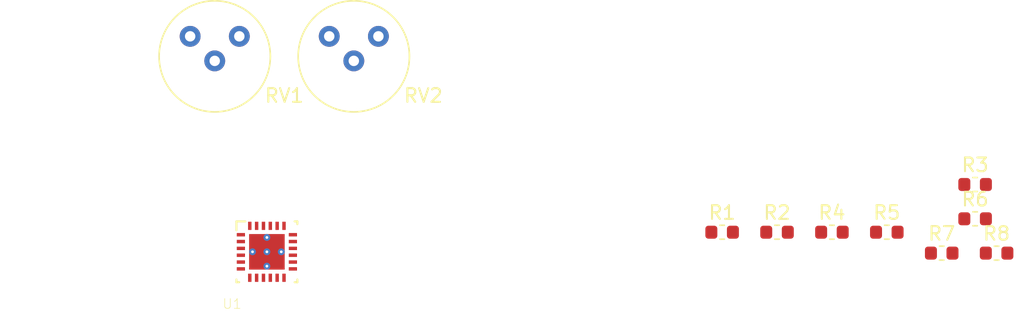
<source format=kicad_pcb>
(kicad_pcb (version 20171130) (host pcbnew "(5.1.4)-1")

  (general
    (thickness 1.6)
    (drawings 0)
    (tracks 0)
    (zones 0)
    (modules 11)
    (nets 28)
  )

  (page A4)
  (layers
    (0 F.Cu signal)
    (31 B.Cu signal)
    (32 B.Adhes user)
    (33 F.Adhes user)
    (34 B.Paste user)
    (35 F.Paste user)
    (36 B.SilkS user)
    (37 F.SilkS user)
    (38 B.Mask user)
    (39 F.Mask user)
    (40 Dwgs.User user)
    (41 Cmts.User user)
    (42 Eco1.User user)
    (43 Eco2.User user)
    (44 Edge.Cuts user)
    (45 Margin user)
    (46 B.CrtYd user)
    (47 F.CrtYd user)
    (48 B.Fab user)
    (49 F.Fab user)
  )

  (setup
    (last_trace_width 0.25)
    (trace_clearance 0.2)
    (zone_clearance 0.508)
    (zone_45_only no)
    (trace_min 0.2)
    (via_size 0.8)
    (via_drill 0.4)
    (via_min_size 0.4)
    (via_min_drill 0.3)
    (uvia_size 0.3)
    (uvia_drill 0.1)
    (uvias_allowed no)
    (uvia_min_size 0.2)
    (uvia_min_drill 0.1)
    (edge_width 0.05)
    (segment_width 0.2)
    (pcb_text_width 0.3)
    (pcb_text_size 1.5 1.5)
    (mod_edge_width 0.12)
    (mod_text_size 1 1)
    (mod_text_width 0.15)
    (pad_size 1.524 1.524)
    (pad_drill 0.762)
    (pad_to_mask_clearance 0.051)
    (solder_mask_min_width 0.25)
    (aux_axis_origin 0 0)
    (visible_elements FFFFFF7F)
    (pcbplotparams
      (layerselection 0x010fc_ffffffff)
      (usegerberextensions false)
      (usegerberattributes false)
      (usegerberadvancedattributes false)
      (creategerberjobfile false)
      (excludeedgelayer true)
      (linewidth 0.100000)
      (plotframeref false)
      (viasonmask false)
      (mode 1)
      (useauxorigin false)
      (hpglpennumber 1)
      (hpglpenspeed 20)
      (hpglpendiameter 15.000000)
      (psnegative false)
      (psa4output false)
      (plotreference true)
      (plotvalue true)
      (plotinvisibletext false)
      (padsonsilk false)
      (subtractmaskfromsilk false)
      (outputformat 1)
      (mirror false)
      (drillshape 1)
      (scaleselection 1)
      (outputdirectory ""))
  )

  (net 0 "")
  (net 1 /B_H)
  (net 2 +5V)
  (net 3 GND)
  (net 4 /B_L)
  (net 5 /C_H)
  (net 6 /C_L)
  (net 7 "Net-(RV1-Pad2)")
  (net 8 "Net-(RV2-Pad2)")
  (net 9 "Net-(U1-Pad1)")
  (net 10 "Net-(U1-Pad2)")
  (net 11 "Net-(U1-Pad3)")
  (net 12 "Net-(U1-Pad4)")
  (net 13 "Net-(U1-Pad5)")
  (net 14 "Net-(U1-Pad6)")
  (net 15 "Net-(U1-Pad7)")
  (net 16 "Net-(U1-Pad8)")
  (net 17 "Net-(U1-Pad9)")
  (net 18 "Net-(U1-Pad10)")
  (net 19 "Net-(U1-Pad11)")
  (net 20 "Net-(U1-Pad12)")
  (net 21 "Net-(U1-Pad17)")
  (net 22 "Net-(U1-Pad18)")
  (net 23 "Net-(U1-Pad19)")
  (net 24 "Net-(U1-Pad20)")
  (net 25 "Net-(U1-Pad21)")
  (net 26 "Net-(U1-Pad22)")
  (net 27 "Net-(U1-Pad23)")

  (net_class Default "This is the default net class."
    (clearance 0.2)
    (trace_width 0.25)
    (via_dia 0.8)
    (via_drill 0.4)
    (uvia_dia 0.3)
    (uvia_drill 0.1)
    (add_net +5V)
    (add_net /B_H)
    (add_net /B_L)
    (add_net /C_H)
    (add_net /C_L)
    (add_net GND)
    (add_net "Net-(RV1-Pad2)")
    (add_net "Net-(RV2-Pad2)")
    (add_net "Net-(U1-Pad1)")
    (add_net "Net-(U1-Pad10)")
    (add_net "Net-(U1-Pad11)")
    (add_net "Net-(U1-Pad12)")
    (add_net "Net-(U1-Pad17)")
    (add_net "Net-(U1-Pad18)")
    (add_net "Net-(U1-Pad19)")
    (add_net "Net-(U1-Pad2)")
    (add_net "Net-(U1-Pad20)")
    (add_net "Net-(U1-Pad21)")
    (add_net "Net-(U1-Pad22)")
    (add_net "Net-(U1-Pad23)")
    (add_net "Net-(U1-Pad3)")
    (add_net "Net-(U1-Pad4)")
    (add_net "Net-(U1-Pad5)")
    (add_net "Net-(U1-Pad6)")
    (add_net "Net-(U1-Pad7)")
    (add_net "Net-(U1-Pad8)")
    (add_net "Net-(U1-Pad9)")
  )

  (module bspd:TI_NATIONAL_SEMICONDUCTOR_LMV7231SQE-NOPB_0 (layer F.Cu) (tedit 5DF7CE95) (tstamp 5DF818B5)
    (at 119.38 60.96)
    (descr AN-COMP-LMV7231-25)
    (path /5DF9F810)
    (attr smd)
    (fp_text reference U1 (at -2.54 3.81) (layer F.SilkS)
      (effects (font (size 0.708661 0.708661) (thickness 0.05)))
    )
    (fp_text value TI_NATIONAL_SEMICONDUCTOR_LMV7231SQE-NOPB (at -2.54 3.81) (layer Dwgs.User)
      (effects (font (size 1 0.9) (thickness 0.05)))
    )
    (fp_poly (pts (xy 0.1 0.1) (xy 1.248 0.1) (xy 1.248 1.248) (xy 0.1 1.248)) (layer F.Paste) (width 0))
    (fp_poly (pts (xy 1.248 -0.1) (xy 0.1 -0.1) (xy 0.1 -1.248) (xy 1.248 -1.248)) (layer F.Paste) (width 0))
    (fp_poly (pts (xy 1.248 1.248) (xy 0.1 1.248) (xy 0.1 0.1) (xy 1.248 0.1)) (layer F.Paste) (width 0))
    (fp_poly (pts (xy 0.1 -1.248) (xy 1.248 -1.248) (xy 1.248 -0.1) (xy 0.1 -0.1)) (layer F.Paste) (width 0))
    (fp_circle (center -1.45 -1.3) (end -1.15 -1.3) (layer Eco2.User) (width 0.1))
    (fp_line (start 2.325 2.325) (end -2.325 2.325) (layer Eco1.User) (width 0.1))
    (fp_line (start 2.325 -2.325) (end 2.325 2.325) (layer Eco1.User) (width 0.1))
    (fp_line (start -2.325 -2.325) (end 2.325 -2.325) (layer Eco1.User) (width 0.1))
    (fp_line (start -2.325 2.325) (end -2.325 -2.325) (layer Eco1.User) (width 0.1))
    (fp_line (start -2.075 2.075) (end -2.075 -2.075) (layer Eco2.User) (width 0.1))
    (fp_line (start 2.075 2.075) (end 2.075 -2.075) (layer Eco2.User) (width 0.1))
    (fp_line (start -2.075 -2.075) (end 2.075 -2.075) (layer Eco2.User) (width 0.1))
    (fp_line (start -2.075 2.075) (end 2.075 2.075) (layer Eco2.User) (width 0.1))
    (fp_line (start -2.225 2.225) (end -2.025 2.225) (layer F.SilkS) (width 0.15))
    (fp_line (start -2.225 2.225) (end -2.225 2.025) (layer F.SilkS) (width 0.15))
    (fp_line (start 2.025 2.225) (end 2.225 2.225) (layer F.SilkS) (width 0.15))
    (fp_line (start 2.225 2.225) (end 2.225 2.025) (layer F.SilkS) (width 0.15))
    (fp_line (start 2.225 -2.025) (end 2.225 -2.225) (layer F.SilkS) (width 0.15))
    (fp_line (start 2.025 -2.225) (end 2.225 -2.225) (layer F.SilkS) (width 0.15))
    (fp_line (start -2.225 -1.575) (end -2.225 -2.225) (layer F.SilkS) (width 0.15))
    (fp_line (start -2.225 -2.225) (end -1.575 -2.225) (layer F.SilkS) (width 0.15))
    (pad 1 smd rect (at -1.9 -1.25 90) (size 0.25 0.6) (layers F.Cu F.Paste F.Mask)
      (net 9 "Net-(U1-Pad1)"))
    (pad 2 smd rect (at -1.9 -0.75 90) (size 0.25 0.6) (layers F.Cu F.Paste F.Mask)
      (net 10 "Net-(U1-Pad2)"))
    (pad 3 smd rect (at -1.9 -0.25 90) (size 0.25 0.6) (layers F.Cu F.Paste F.Mask)
      (net 11 "Net-(U1-Pad3)"))
    (pad 4 smd rect (at -1.9 0.25 90) (size 0.25 0.6) (layers F.Cu F.Paste F.Mask)
      (net 12 "Net-(U1-Pad4)"))
    (pad 5 smd rect (at -1.9 0.75 90) (size 0.25 0.6) (layers F.Cu F.Paste F.Mask)
      (net 13 "Net-(U1-Pad5)"))
    (pad 6 smd rect (at -1.9 1.25 90) (size 0.25 0.6) (layers F.Cu F.Paste F.Mask)
      (net 14 "Net-(U1-Pad6)"))
    (pad 7 smd rect (at -1.25 1.9) (size 0.25 0.6) (layers F.Cu F.Paste F.Mask)
      (net 15 "Net-(U1-Pad7)"))
    (pad 8 smd rect (at -0.75 1.9) (size 0.25 0.6) (layers F.Cu F.Paste F.Mask)
      (net 16 "Net-(U1-Pad8)"))
    (pad 9 smd rect (at -0.25 1.9) (size 0.25 0.6) (layers F.Cu F.Paste F.Mask)
      (net 17 "Net-(U1-Pad9)"))
    (pad 10 smd rect (at 0.25 1.9) (size 0.25 0.6) (layers F.Cu F.Paste F.Mask)
      (net 18 "Net-(U1-Pad10)"))
    (pad 11 smd rect (at 0.75 1.9) (size 0.25 0.6) (layers F.Cu F.Paste F.Mask)
      (net 19 "Net-(U1-Pad11)"))
    (pad 12 smd rect (at 1.25 1.9) (size 0.25 0.6) (layers F.Cu F.Paste F.Mask)
      (net 20 "Net-(U1-Pad12)"))
    (pad 13 smd rect (at 1.9 1.25 90) (size 0.25 0.6) (layers F.Cu F.Paste F.Mask)
      (net 3 GND))
    (pad 14 smd rect (at 1.9 0.75 90) (size 0.25 0.6) (layers F.Cu F.Paste F.Mask)
      (net 3 GND))
    (pad 15 smd rect (at 1.9 0.25 90) (size 0.25 0.6) (layers F.Cu F.Paste F.Mask)
      (net 3 GND))
    (pad 16 smd rect (at 1.9 -0.25 90) (size 0.25 0.6) (layers F.Cu F.Paste F.Mask)
      (net 3 GND))
    (pad 17 smd rect (at 1.9 -0.75 90) (size 0.25 0.6) (layers F.Cu F.Paste F.Mask)
      (net 21 "Net-(U1-Pad17)"))
    (pad 18 smd rect (at 1.9 -1.25 90) (size 0.25 0.6) (layers F.Cu F.Paste F.Mask)
      (net 22 "Net-(U1-Pad18)"))
    (pad 19 smd rect (at 1.25 -1.9) (size 0.25 0.6) (layers F.Cu F.Paste F.Mask)
      (net 23 "Net-(U1-Pad19)"))
    (pad 20 smd rect (at 0.75 -1.9) (size 0.25 0.6) (layers F.Cu F.Paste F.Mask)
      (net 24 "Net-(U1-Pad20)"))
    (pad 21 smd rect (at 0.25 -1.9) (size 0.25 0.6) (layers F.Cu F.Paste F.Mask)
      (net 25 "Net-(U1-Pad21)"))
    (pad 22 smd rect (at -0.25 -1.9) (size 0.25 0.6) (layers F.Cu F.Paste F.Mask)
      (net 26 "Net-(U1-Pad22)"))
    (pad 23 smd rect (at -0.75 -1.9) (size 0.25 0.6) (layers F.Cu F.Paste F.Mask)
      (net 27 "Net-(U1-Pad23)"))
    (pad 24 smd rect (at -1.25 -1.9) (size 0.25 0.6) (layers F.Cu F.Paste F.Mask)
      (net 2 +5V))
    (pad 25 smd rect (at 0 0) (size 2.6 2.6) (layers F.Cu F.Paste F.Mask)
      (net 3 GND))
    (pad pad_5 thru_hole circle (at 0 1.05) (size 0.5 0.5) (drill 0.2) (layers *.Cu *.Mask))
    (pad pad_4 thru_hole circle (at 0 0) (size 0.5 0.5) (drill 0.2) (layers *.Cu *.Mask))
    (pad pad_3 thru_hole circle (at -1.05 0) (size 0.5 0.5) (drill 0.2) (layers *.Cu *.Mask))
    (pad pad_2 thru_hole circle (at 1.05 0) (size 0.5 0.5) (drill 0.2) (layers *.Cu *.Mask))
    (pad pad_1 thru_hole circle (at 0 -1.05) (size 0.5 0.5) (drill 0.2) (layers *.Cu *.Mask))
    (model ${KIPRJMOD}/TI_NATIONAL_SEMICONDUCTOR_LMV7231SQE-NOPB.step
      (offset (xyz -1.4732 -2.286 -2.5654))
      (scale (xyz 1 1 1))
      (rotate (xyz 0 0 0))
    )
  )

  (module bspd:3339H-1-103LF (layer F.Cu) (tedit 5DF7C6F4) (tstamp 5DF8187E)
    (at 125.73 46.99)
    (path /5DF83F5E)
    (fp_text reference RV2 (at 5.08 2.54) (layer F.SilkS)
      (effects (font (size 1 1) (thickness 0.15)))
    )
    (fp_text value R_POT (at 0 -0.5) (layer F.Fab)
      (effects (font (size 1 1) (thickness 0.15)))
    )
    (fp_circle (center 0 -0.3302) (end 4.064 -0.3302) (layer F.SilkS) (width 0.12))
    (pad 1 thru_hole circle (at 0 0) (size 1.524 1.524) (drill 0.762) (layers *.Cu *.Mask)
      (net 2 +5V))
    (pad 2 thru_hole circle (at -1.796059 -1.796059) (size 1.524 1.524) (drill 0.762) (layers *.Cu *.Mask)
      (net 8 "Net-(RV2-Pad2)"))
    (pad 3 thru_hole circle (at 1.796059 -1.796059) (size 1.524 1.524) (drill 0.762) (layers *.Cu *.Mask)
      (net 3 GND))
    (model ${KIPRJMOD}/3339H001XXX.stp
      (offset (xyz 0 0.3302 6.4008))
      (scale (xyz 1 1 1))
      (rotate (xyz 90 0 0))
    )
  )

  (module bspd:3339H-1-103LF (layer F.Cu) (tedit 5DF7C6F4) (tstamp 5DF81876)
    (at 115.57 46.99)
    (path /5DF825B6)
    (fp_text reference RV1 (at 5.08 2.54) (layer F.SilkS)
      (effects (font (size 1 1) (thickness 0.15)))
    )
    (fp_text value R_POT (at 0 -0.5) (layer F.Fab)
      (effects (font (size 1 1) (thickness 0.15)))
    )
    (fp_circle (center 0 -0.3302) (end 4.064 -0.3302) (layer F.SilkS) (width 0.12))
    (pad 1 thru_hole circle (at 0 0) (size 1.524 1.524) (drill 0.762) (layers *.Cu *.Mask)
      (net 2 +5V))
    (pad 2 thru_hole circle (at -1.796059 -1.796059) (size 1.524 1.524) (drill 0.762) (layers *.Cu *.Mask)
      (net 7 "Net-(RV1-Pad2)"))
    (pad 3 thru_hole circle (at 1.796059 -1.796059) (size 1.524 1.524) (drill 0.762) (layers *.Cu *.Mask)
      (net 3 GND))
    (model ${KIPRJMOD}/3339H001XXX.stp
      (offset (xyz 0 0.3302 6.4008))
      (scale (xyz 1 1 1))
      (rotate (xyz 90 0 0))
    )
  )

  (module Resistor_SMD:R_0603_1608Metric (layer F.Cu) (tedit 5B301BBD) (tstamp 5DF8186E)
    (at 172.685001 61.055001)
    (descr "Resistor SMD 0603 (1608 Metric), square (rectangular) end terminal, IPC_7351 nominal, (Body size source: http://www.tortai-tech.com/upload/download/2011102023233369053.pdf), generated with kicad-footprint-generator")
    (tags resistor)
    (path /5DF8C603)
    (attr smd)
    (fp_text reference R8 (at 0 -1.43) (layer F.SilkS)
      (effects (font (size 1 1) (thickness 0.15)))
    )
    (fp_text value R_US (at 0 1.43) (layer F.Fab)
      (effects (font (size 1 1) (thickness 0.15)))
    )
    (fp_text user %R (at 0 0) (layer F.Fab)
      (effects (font (size 0.4 0.4) (thickness 0.06)))
    )
    (fp_line (start 1.48 0.73) (end -1.48 0.73) (layer F.CrtYd) (width 0.05))
    (fp_line (start 1.48 -0.73) (end 1.48 0.73) (layer F.CrtYd) (width 0.05))
    (fp_line (start -1.48 -0.73) (end 1.48 -0.73) (layer F.CrtYd) (width 0.05))
    (fp_line (start -1.48 0.73) (end -1.48 -0.73) (layer F.CrtYd) (width 0.05))
    (fp_line (start -0.162779 0.51) (end 0.162779 0.51) (layer F.SilkS) (width 0.12))
    (fp_line (start -0.162779 -0.51) (end 0.162779 -0.51) (layer F.SilkS) (width 0.12))
    (fp_line (start 0.8 0.4) (end -0.8 0.4) (layer F.Fab) (width 0.1))
    (fp_line (start 0.8 -0.4) (end 0.8 0.4) (layer F.Fab) (width 0.1))
    (fp_line (start -0.8 -0.4) (end 0.8 -0.4) (layer F.Fab) (width 0.1))
    (fp_line (start -0.8 0.4) (end -0.8 -0.4) (layer F.Fab) (width 0.1))
    (pad 2 smd roundrect (at 0.7875 0) (size 0.875 0.95) (layers F.Cu F.Paste F.Mask) (roundrect_rratio 0.25)
      (net 3 GND))
    (pad 1 smd roundrect (at -0.7875 0) (size 0.875 0.95) (layers F.Cu F.Paste F.Mask) (roundrect_rratio 0.25)
      (net 6 /C_L))
    (model ${KISYS3DMOD}/Resistor_SMD.3dshapes/R_0603_1608Metric.wrl
      (at (xyz 0 0 0))
      (scale (xyz 1 1 1))
      (rotate (xyz 0 0 0))
    )
  )

  (module Resistor_SMD:R_0603_1608Metric (layer F.Cu) (tedit 5B301BBD) (tstamp 5DF8185D)
    (at 168.675001 61.055001)
    (descr "Resistor SMD 0603 (1608 Metric), square (rectangular) end terminal, IPC_7351 nominal, (Body size source: http://www.tortai-tech.com/upload/download/2011102023233369053.pdf), generated with kicad-footprint-generator")
    (tags resistor)
    (path /5DF8BCCC)
    (attr smd)
    (fp_text reference R7 (at 0 -1.43) (layer F.SilkS)
      (effects (font (size 1 1) (thickness 0.15)))
    )
    (fp_text value R_US (at 0 1.43) (layer F.Fab)
      (effects (font (size 1 1) (thickness 0.15)))
    )
    (fp_text user %R (at 0 0) (layer F.Fab)
      (effects (font (size 0.4 0.4) (thickness 0.06)))
    )
    (fp_line (start 1.48 0.73) (end -1.48 0.73) (layer F.CrtYd) (width 0.05))
    (fp_line (start 1.48 -0.73) (end 1.48 0.73) (layer F.CrtYd) (width 0.05))
    (fp_line (start -1.48 -0.73) (end 1.48 -0.73) (layer F.CrtYd) (width 0.05))
    (fp_line (start -1.48 0.73) (end -1.48 -0.73) (layer F.CrtYd) (width 0.05))
    (fp_line (start -0.162779 0.51) (end 0.162779 0.51) (layer F.SilkS) (width 0.12))
    (fp_line (start -0.162779 -0.51) (end 0.162779 -0.51) (layer F.SilkS) (width 0.12))
    (fp_line (start 0.8 0.4) (end -0.8 0.4) (layer F.Fab) (width 0.1))
    (fp_line (start 0.8 -0.4) (end 0.8 0.4) (layer F.Fab) (width 0.1))
    (fp_line (start -0.8 -0.4) (end 0.8 -0.4) (layer F.Fab) (width 0.1))
    (fp_line (start -0.8 0.4) (end -0.8 -0.4) (layer F.Fab) (width 0.1))
    (pad 2 smd roundrect (at 0.7875 0) (size 0.875 0.95) (layers F.Cu F.Paste F.Mask) (roundrect_rratio 0.25)
      (net 6 /C_L))
    (pad 1 smd roundrect (at -0.7875 0) (size 0.875 0.95) (layers F.Cu F.Paste F.Mask) (roundrect_rratio 0.25)
      (net 2 +5V))
    (model ${KISYS3DMOD}/Resistor_SMD.3dshapes/R_0603_1608Metric.wrl
      (at (xyz 0 0 0))
      (scale (xyz 1 1 1))
      (rotate (xyz 0 0 0))
    )
  )

  (module Resistor_SMD:R_0603_1608Metric (layer F.Cu) (tedit 5B301BBD) (tstamp 5DF8184C)
    (at 171.115001 58.545001)
    (descr "Resistor SMD 0603 (1608 Metric), square (rectangular) end terminal, IPC_7351 nominal, (Body size source: http://www.tortai-tech.com/upload/download/2011102023233369053.pdf), generated with kicad-footprint-generator")
    (tags resistor)
    (path /5DF8ACA0)
    (attr smd)
    (fp_text reference R6 (at 0 -1.43) (layer F.SilkS)
      (effects (font (size 1 1) (thickness 0.15)))
    )
    (fp_text value R_US (at 0 1.43) (layer F.Fab)
      (effects (font (size 1 1) (thickness 0.15)))
    )
    (fp_text user %R (at 0 0) (layer F.Fab)
      (effects (font (size 0.4 0.4) (thickness 0.06)))
    )
    (fp_line (start 1.48 0.73) (end -1.48 0.73) (layer F.CrtYd) (width 0.05))
    (fp_line (start 1.48 -0.73) (end 1.48 0.73) (layer F.CrtYd) (width 0.05))
    (fp_line (start -1.48 -0.73) (end 1.48 -0.73) (layer F.CrtYd) (width 0.05))
    (fp_line (start -1.48 0.73) (end -1.48 -0.73) (layer F.CrtYd) (width 0.05))
    (fp_line (start -0.162779 0.51) (end 0.162779 0.51) (layer F.SilkS) (width 0.12))
    (fp_line (start -0.162779 -0.51) (end 0.162779 -0.51) (layer F.SilkS) (width 0.12))
    (fp_line (start 0.8 0.4) (end -0.8 0.4) (layer F.Fab) (width 0.1))
    (fp_line (start 0.8 -0.4) (end 0.8 0.4) (layer F.Fab) (width 0.1))
    (fp_line (start -0.8 -0.4) (end 0.8 -0.4) (layer F.Fab) (width 0.1))
    (fp_line (start -0.8 0.4) (end -0.8 -0.4) (layer F.Fab) (width 0.1))
    (pad 2 smd roundrect (at 0.7875 0) (size 0.875 0.95) (layers F.Cu F.Paste F.Mask) (roundrect_rratio 0.25)
      (net 3 GND))
    (pad 1 smd roundrect (at -0.7875 0) (size 0.875 0.95) (layers F.Cu F.Paste F.Mask) (roundrect_rratio 0.25)
      (net 5 /C_H))
    (model ${KISYS3DMOD}/Resistor_SMD.3dshapes/R_0603_1608Metric.wrl
      (at (xyz 0 0 0))
      (scale (xyz 1 1 1))
      (rotate (xyz 0 0 0))
    )
  )

  (module Resistor_SMD:R_0603_1608Metric (layer F.Cu) (tedit 5B301BBD) (tstamp 5DF8183B)
    (at 164.665001 59.525001)
    (descr "Resistor SMD 0603 (1608 Metric), square (rectangular) end terminal, IPC_7351 nominal, (Body size source: http://www.tortai-tech.com/upload/download/2011102023233369053.pdf), generated with kicad-footprint-generator")
    (tags resistor)
    (path /5DF8A346)
    (attr smd)
    (fp_text reference R5 (at 0 -1.43) (layer F.SilkS)
      (effects (font (size 1 1) (thickness 0.15)))
    )
    (fp_text value R_US (at 0 1.43) (layer F.Fab)
      (effects (font (size 1 1) (thickness 0.15)))
    )
    (fp_text user %R (at 0 0) (layer F.Fab)
      (effects (font (size 0.4 0.4) (thickness 0.06)))
    )
    (fp_line (start 1.48 0.73) (end -1.48 0.73) (layer F.CrtYd) (width 0.05))
    (fp_line (start 1.48 -0.73) (end 1.48 0.73) (layer F.CrtYd) (width 0.05))
    (fp_line (start -1.48 -0.73) (end 1.48 -0.73) (layer F.CrtYd) (width 0.05))
    (fp_line (start -1.48 0.73) (end -1.48 -0.73) (layer F.CrtYd) (width 0.05))
    (fp_line (start -0.162779 0.51) (end 0.162779 0.51) (layer F.SilkS) (width 0.12))
    (fp_line (start -0.162779 -0.51) (end 0.162779 -0.51) (layer F.SilkS) (width 0.12))
    (fp_line (start 0.8 0.4) (end -0.8 0.4) (layer F.Fab) (width 0.1))
    (fp_line (start 0.8 -0.4) (end 0.8 0.4) (layer F.Fab) (width 0.1))
    (fp_line (start -0.8 -0.4) (end 0.8 -0.4) (layer F.Fab) (width 0.1))
    (fp_line (start -0.8 0.4) (end -0.8 -0.4) (layer F.Fab) (width 0.1))
    (pad 2 smd roundrect (at 0.7875 0) (size 0.875 0.95) (layers F.Cu F.Paste F.Mask) (roundrect_rratio 0.25)
      (net 5 /C_H))
    (pad 1 smd roundrect (at -0.7875 0) (size 0.875 0.95) (layers F.Cu F.Paste F.Mask) (roundrect_rratio 0.25)
      (net 2 +5V))
    (model ${KISYS3DMOD}/Resistor_SMD.3dshapes/R_0603_1608Metric.wrl
      (at (xyz 0 0 0))
      (scale (xyz 1 1 1))
      (rotate (xyz 0 0 0))
    )
  )

  (module Resistor_SMD:R_0603_1608Metric (layer F.Cu) (tedit 5B301BBD) (tstamp 5DF8182A)
    (at 160.655001 59.525001)
    (descr "Resistor SMD 0603 (1608 Metric), square (rectangular) end terminal, IPC_7351 nominal, (Body size source: http://www.tortai-tech.com/upload/download/2011102023233369053.pdf), generated with kicad-footprint-generator")
    (tags resistor)
    (path /5DF81D50)
    (attr smd)
    (fp_text reference R4 (at 0 -1.43) (layer F.SilkS)
      (effects (font (size 1 1) (thickness 0.15)))
    )
    (fp_text value R_US (at 0 1.43) (layer F.Fab)
      (effects (font (size 1 1) (thickness 0.15)))
    )
    (fp_text user %R (at 0 0) (layer F.Fab)
      (effects (font (size 0.4 0.4) (thickness 0.06)))
    )
    (fp_line (start 1.48 0.73) (end -1.48 0.73) (layer F.CrtYd) (width 0.05))
    (fp_line (start 1.48 -0.73) (end 1.48 0.73) (layer F.CrtYd) (width 0.05))
    (fp_line (start -1.48 -0.73) (end 1.48 -0.73) (layer F.CrtYd) (width 0.05))
    (fp_line (start -1.48 0.73) (end -1.48 -0.73) (layer F.CrtYd) (width 0.05))
    (fp_line (start -0.162779 0.51) (end 0.162779 0.51) (layer F.SilkS) (width 0.12))
    (fp_line (start -0.162779 -0.51) (end 0.162779 -0.51) (layer F.SilkS) (width 0.12))
    (fp_line (start 0.8 0.4) (end -0.8 0.4) (layer F.Fab) (width 0.1))
    (fp_line (start 0.8 -0.4) (end 0.8 0.4) (layer F.Fab) (width 0.1))
    (fp_line (start -0.8 -0.4) (end 0.8 -0.4) (layer F.Fab) (width 0.1))
    (fp_line (start -0.8 0.4) (end -0.8 -0.4) (layer F.Fab) (width 0.1))
    (pad 2 smd roundrect (at 0.7875 0) (size 0.875 0.95) (layers F.Cu F.Paste F.Mask) (roundrect_rratio 0.25)
      (net 3 GND))
    (pad 1 smd roundrect (at -0.7875 0) (size 0.875 0.95) (layers F.Cu F.Paste F.Mask) (roundrect_rratio 0.25)
      (net 4 /B_L))
    (model ${KISYS3DMOD}/Resistor_SMD.3dshapes/R_0603_1608Metric.wrl
      (at (xyz 0 0 0))
      (scale (xyz 1 1 1))
      (rotate (xyz 0 0 0))
    )
  )

  (module Resistor_SMD:R_0603_1608Metric (layer F.Cu) (tedit 5B301BBD) (tstamp 5DF81819)
    (at 171.115001 56.035001)
    (descr "Resistor SMD 0603 (1608 Metric), square (rectangular) end terminal, IPC_7351 nominal, (Body size source: http://www.tortai-tech.com/upload/download/2011102023233369053.pdf), generated with kicad-footprint-generator")
    (tags resistor)
    (path /5DF815BB)
    (attr smd)
    (fp_text reference R3 (at 0 -1.43) (layer F.SilkS)
      (effects (font (size 1 1) (thickness 0.15)))
    )
    (fp_text value R_US (at 0 1.43) (layer F.Fab)
      (effects (font (size 1 1) (thickness 0.15)))
    )
    (fp_text user %R (at 0 0) (layer F.Fab)
      (effects (font (size 0.4 0.4) (thickness 0.06)))
    )
    (fp_line (start 1.48 0.73) (end -1.48 0.73) (layer F.CrtYd) (width 0.05))
    (fp_line (start 1.48 -0.73) (end 1.48 0.73) (layer F.CrtYd) (width 0.05))
    (fp_line (start -1.48 -0.73) (end 1.48 -0.73) (layer F.CrtYd) (width 0.05))
    (fp_line (start -1.48 0.73) (end -1.48 -0.73) (layer F.CrtYd) (width 0.05))
    (fp_line (start -0.162779 0.51) (end 0.162779 0.51) (layer F.SilkS) (width 0.12))
    (fp_line (start -0.162779 -0.51) (end 0.162779 -0.51) (layer F.SilkS) (width 0.12))
    (fp_line (start 0.8 0.4) (end -0.8 0.4) (layer F.Fab) (width 0.1))
    (fp_line (start 0.8 -0.4) (end 0.8 0.4) (layer F.Fab) (width 0.1))
    (fp_line (start -0.8 -0.4) (end 0.8 -0.4) (layer F.Fab) (width 0.1))
    (fp_line (start -0.8 0.4) (end -0.8 -0.4) (layer F.Fab) (width 0.1))
    (pad 2 smd roundrect (at 0.7875 0) (size 0.875 0.95) (layers F.Cu F.Paste F.Mask) (roundrect_rratio 0.25)
      (net 4 /B_L))
    (pad 1 smd roundrect (at -0.7875 0) (size 0.875 0.95) (layers F.Cu F.Paste F.Mask) (roundrect_rratio 0.25)
      (net 2 +5V))
    (model ${KISYS3DMOD}/Resistor_SMD.3dshapes/R_0603_1608Metric.wrl
      (at (xyz 0 0 0))
      (scale (xyz 1 1 1))
      (rotate (xyz 0 0 0))
    )
  )

  (module Resistor_SMD:R_0603_1608Metric (layer F.Cu) (tedit 5B301BBD) (tstamp 5DF81808)
    (at 156.645001 59.525001)
    (descr "Resistor SMD 0603 (1608 Metric), square (rectangular) end terminal, IPC_7351 nominal, (Body size source: http://www.tortai-tech.com/upload/download/2011102023233369053.pdf), generated with kicad-footprint-generator")
    (tags resistor)
    (path /5DF80F4E)
    (attr smd)
    (fp_text reference R2 (at 0 -1.43) (layer F.SilkS)
      (effects (font (size 1 1) (thickness 0.15)))
    )
    (fp_text value R_US (at 0 1.43) (layer F.Fab)
      (effects (font (size 1 1) (thickness 0.15)))
    )
    (fp_text user %R (at 0 0) (layer F.Fab)
      (effects (font (size 0.4 0.4) (thickness 0.06)))
    )
    (fp_line (start 1.48 0.73) (end -1.48 0.73) (layer F.CrtYd) (width 0.05))
    (fp_line (start 1.48 -0.73) (end 1.48 0.73) (layer F.CrtYd) (width 0.05))
    (fp_line (start -1.48 -0.73) (end 1.48 -0.73) (layer F.CrtYd) (width 0.05))
    (fp_line (start -1.48 0.73) (end -1.48 -0.73) (layer F.CrtYd) (width 0.05))
    (fp_line (start -0.162779 0.51) (end 0.162779 0.51) (layer F.SilkS) (width 0.12))
    (fp_line (start -0.162779 -0.51) (end 0.162779 -0.51) (layer F.SilkS) (width 0.12))
    (fp_line (start 0.8 0.4) (end -0.8 0.4) (layer F.Fab) (width 0.1))
    (fp_line (start 0.8 -0.4) (end 0.8 0.4) (layer F.Fab) (width 0.1))
    (fp_line (start -0.8 -0.4) (end 0.8 -0.4) (layer F.Fab) (width 0.1))
    (fp_line (start -0.8 0.4) (end -0.8 -0.4) (layer F.Fab) (width 0.1))
    (pad 2 smd roundrect (at 0.7875 0) (size 0.875 0.95) (layers F.Cu F.Paste F.Mask) (roundrect_rratio 0.25)
      (net 3 GND))
    (pad 1 smd roundrect (at -0.7875 0) (size 0.875 0.95) (layers F.Cu F.Paste F.Mask) (roundrect_rratio 0.25)
      (net 1 /B_H))
    (model ${KISYS3DMOD}/Resistor_SMD.3dshapes/R_0603_1608Metric.wrl
      (at (xyz 0 0 0))
      (scale (xyz 1 1 1))
      (rotate (xyz 0 0 0))
    )
  )

  (module Resistor_SMD:R_0603_1608Metric (layer F.Cu) (tedit 5B301BBD) (tstamp 5DF817F7)
    (at 152.635001 59.525001)
    (descr "Resistor SMD 0603 (1608 Metric), square (rectangular) end terminal, IPC_7351 nominal, (Body size source: http://www.tortai-tech.com/upload/download/2011102023233369053.pdf), generated with kicad-footprint-generator")
    (tags resistor)
    (path /5DF7E631)
    (attr smd)
    (fp_text reference R1 (at 0 -1.43) (layer F.SilkS)
      (effects (font (size 1 1) (thickness 0.15)))
    )
    (fp_text value R_US (at 0 1.43) (layer F.Fab)
      (effects (font (size 1 1) (thickness 0.15)))
    )
    (fp_text user %R (at 0 0) (layer F.Fab)
      (effects (font (size 0.4 0.4) (thickness 0.06)))
    )
    (fp_line (start 1.48 0.73) (end -1.48 0.73) (layer F.CrtYd) (width 0.05))
    (fp_line (start 1.48 -0.73) (end 1.48 0.73) (layer F.CrtYd) (width 0.05))
    (fp_line (start -1.48 -0.73) (end 1.48 -0.73) (layer F.CrtYd) (width 0.05))
    (fp_line (start -1.48 0.73) (end -1.48 -0.73) (layer F.CrtYd) (width 0.05))
    (fp_line (start -0.162779 0.51) (end 0.162779 0.51) (layer F.SilkS) (width 0.12))
    (fp_line (start -0.162779 -0.51) (end 0.162779 -0.51) (layer F.SilkS) (width 0.12))
    (fp_line (start 0.8 0.4) (end -0.8 0.4) (layer F.Fab) (width 0.1))
    (fp_line (start 0.8 -0.4) (end 0.8 0.4) (layer F.Fab) (width 0.1))
    (fp_line (start -0.8 -0.4) (end 0.8 -0.4) (layer F.Fab) (width 0.1))
    (fp_line (start -0.8 0.4) (end -0.8 -0.4) (layer F.Fab) (width 0.1))
    (pad 2 smd roundrect (at 0.7875 0) (size 0.875 0.95) (layers F.Cu F.Paste F.Mask) (roundrect_rratio 0.25)
      (net 1 /B_H))
    (pad 1 smd roundrect (at -0.7875 0) (size 0.875 0.95) (layers F.Cu F.Paste F.Mask) (roundrect_rratio 0.25)
      (net 2 +5V))
    (model ${KISYS3DMOD}/Resistor_SMD.3dshapes/R_0603_1608Metric.wrl
      (at (xyz 0 0 0))
      (scale (xyz 1 1 1))
      (rotate (xyz 0 0 0))
    )
  )

)

</source>
